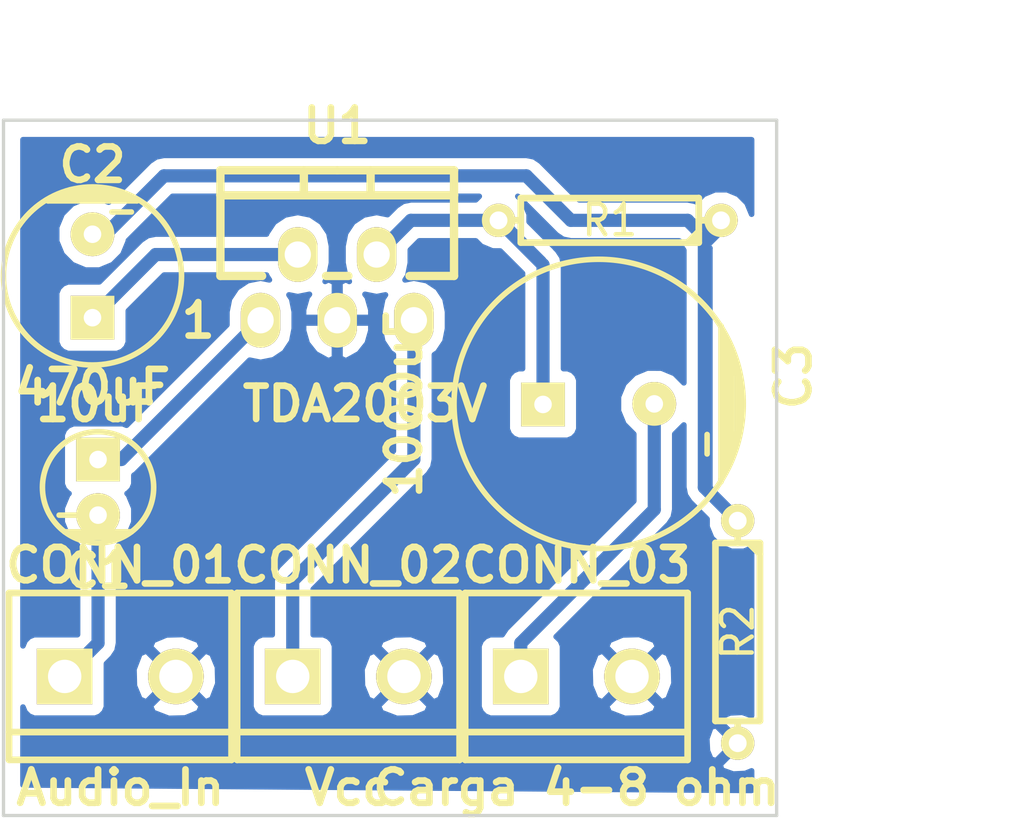
<source format=kicad_pcb>
(kicad_pcb (version 3) (host pcbnew "(2014-03-09 BZR 4740)-product")

  (general
    (links 13)
    (no_connects 0)
    (area 136.269015 91.892 182.674413 128.9812)
    (thickness 1.6)
    (drawings 7)
    (tracks 36)
    (zones 0)
    (modules 9)
    (nets 9)
  )

  (page A4)
  (layers
    (15 F.Cu signal)
    (0 B.Cu signal)
    (16 B.Adhes user)
    (17 F.Adhes user)
    (18 B.Paste user)
    (19 F.Paste user)
    (20 B.SilkS user)
    (21 F.SilkS user)
    (22 B.Mask user)
    (23 F.Mask user)
    (24 Dwgs.User user)
    (25 Cmts.User user)
    (26 Eco1.User user)
    (27 Eco2.User user)
    (28 Edge.Cuts user)
  )

  (setup
    (last_trace_width 0.6)
    (trace_clearance 0.254)
    (zone_clearance 0.508)
    (zone_45_only no)
    (trace_min 0.254)
    (segment_width 0.2)
    (edge_width 0.15)
    (via_size 0.889)
    (via_drill 0.635)
    (via_min_size 0.889)
    (via_min_drill 0.508)
    (uvia_size 0.508)
    (uvia_drill 0.127)
    (uvias_allowed no)
    (uvia_min_size 0.508)
    (uvia_min_drill 0.127)
    (pcb_text_width 0.3)
    (pcb_text_size 1.5 1.5)
    (mod_edge_width 0.15)
    (mod_text_size 1.5 1.5)
    (mod_text_width 0.15)
    (pad_size 1.4 1.4)
    (pad_drill 0.6)
    (pad_to_mask_clearance 0.2)
    (aux_axis_origin 0 0)
    (visible_elements 7FFCFFFF)
    (pcbplotparams
      (layerselection 1)
      (usegerberextensions false)
      (excludeedgelayer true)
      (linewidth 0.600000)
      (plotframeref false)
      (viasonmask false)
      (mode 1)
      (useauxorigin false)
      (hpglpennumber 1)
      (hpglpenspeed 20)
      (hpglpendiameter 15)
      (hpglpenoverlay 2)
      (psnegative false)
      (psa4output false)
      (plotreference true)
      (plotvalue true)
      (plotothertext true)
      (plotinvisibletext false)
      (padsonsilk false)
      (subtractmaskfromsilk false)
      (outputformat 1)
      (mirror false)
      (drillshape 0)
      (scaleselection 1)
      (outputdirectory plt/))
  )

  (net 0 "")
  (net 1 +9V)
  (net 2 GND)
  (net 3 "Net-(C1-Pad1)")
  (net 4 "Net-(C1-Pad2)")
  (net 5 "Net-(C2-Pad1)")
  (net 6 "Net-(C2-Pad2)")
  (net 7 "Net-(C3-Pad1)")
  (net 8 "Net-(C3-Pad2)")

  (net_class Default "This is the default net class."
    (clearance 0.254)
    (trace_width 0.6)
    (via_dia 0.889)
    (via_drill 0.635)
    (uvia_dia 0.508)
    (uvia_drill 0.127)
    (add_net "")
    (add_net +9V)
    (add_net GND)
    (add_net "Net-(C1-Pad1)")
    (add_net "Net-(C1-Pad2)")
    (add_net "Net-(C2-Pad1)")
    (add_net "Net-(C2-Pad2)")
    (add_net "Net-(C3-Pad1)")
    (add_net "Net-(C3-Pad2)")
  )

  (module Capacitors:CP_5x11mm (layer F.Cu) (tedit 535B3A17) (tstamp 535B3A41)
    (at 140.97 113.792 180)
    (descr "Capacitor, pol, cyl 5x11mm")
    (path /535AC7D3)
    (fp_text reference C1 (at 0 -3.81 180) (layer F.SilkS)
      (effects (font (thickness 0.3048)))
    )
    (fp_text value 10uF (at 0 3.81 180) (layer F.SilkS)
      (effects (font (thickness 0.3048)))
    )
    (fp_line (start 0.889 -1.27) (end 1.778 -1.27) (layer F.SilkS) (width 0.254))
    (fp_line (start 1.016 -2.286) (end -1.016 -2.286) (layer F.SilkS) (width 0.254))
    (fp_line (start -1.016 -2.286) (end -1.016 -2.159) (layer F.SilkS) (width 0.254))
    (fp_line (start -1.016 -2.159) (end 1.016 -2.159) (layer F.SilkS) (width 0.254))
    (fp_line (start -1.524 -2.032) (end 1.524 -2.032) (layer F.SilkS) (width 0.254))
    (fp_circle (center 0 0) (end -2.54 0) (layer F.SilkS) (width 0.254))
    (pad 1 thru_hole rect (at 0 1.27 180) (size 1.99898 1.99898) (drill 0.8001) (layers *.Cu *.Mask F.SilkS)
      (net 3 "Net-(C1-Pad1)"))
    (pad 2 thru_hole circle (at 0 -1.27 180) (size 1.99898 1.99898) (drill 0.8001) (layers *.Cu *.Mask F.SilkS)
      (net 4 "Net-(C1-Pad2)"))
    (model discret/Capacitor/cp_5x11mm.wrl
      (at (xyz 0 0 0))
      (scale (xyz 1 1 1))
      (rotate (xyz 0 0 0))
    )
  )

  (module Capacitors:CP_8x21mm (layer F.Cu) (tedit 535B3A17) (tstamp 535B3A50)
    (at 140.716 104.14)
    (descr "Capacitor, pol, cyl 8x21mm")
    (path /535AC8DD)
    (fp_text reference C2 (at 0 -5.08) (layer F.SilkS)
      (effects (font (thickness 0.3048)))
    )
    (fp_text value 470uF (at 0 5.08) (layer F.SilkS)
      (effects (font (thickness 0.3048)))
    )
    (fp_line (start 2.032 -3.429) (end -2.032 -3.429) (layer F.SilkS) (width 0.254))
    (fp_line (start -2.032 -3.429) (end -1.651 -3.556) (layer F.SilkS) (width 0.254))
    (fp_line (start -1.651 -3.556) (end 1.651 -3.556) (layer F.SilkS) (width 0.254))
    (fp_line (start 1.651 -3.556) (end 2.032 -3.429) (layer F.SilkS) (width 0.254))
    (fp_circle (center 0 0) (end -4.064 0.127) (layer F.SilkS) (width 0.254))
    (fp_line (start 0.889 -2.921) (end 1.778 -2.921) (layer F.SilkS) (width 0.254))
    (fp_line (start 1.016 -3.937) (end -1.016 -3.937) (layer F.SilkS) (width 0.254))
    (fp_line (start -1.016 -3.81) (end 1.016 -3.81) (layer F.SilkS) (width 0.254))
    (fp_line (start -1.524 -3.683) (end 1.524 -3.683) (layer F.SilkS) (width 0.254))
    (pad 1 thru_hole rect (at 0 1.905) (size 1.99898 1.99898) (drill 0.8001) (layers *.Cu *.Mask F.SilkS)
      (net 5 "Net-(C2-Pad1)"))
    (pad 2 thru_hole circle (at 0 -1.905) (size 1.99898 1.99898) (drill 0.8001) (layers *.Cu *.Mask F.SilkS)
      (net 6 "Net-(C2-Pad2)"))
    (model discret/Capacitor/cp_8x21mm.wrl
      (at (xyz 0 0 0))
      (scale (xyz 1 1 1))
      (rotate (xyz 0 0 0))
    )
  )

  (module Capacitors:CP_13x21mm (layer F.Cu) (tedit 535B3A17) (tstamp 535B40AD)
    (at 163.83 109.982 270)
    (descr "Capacitor, pol, cyl 13x21mm")
    (path /535ACA21)
    (fp_text reference C3 (at -1.27 -8.89 270) (layer F.SilkS)
      (effects (font (thickness 0.3048)))
    )
    (fp_text value 1000uF (at 0 8.89 270) (layer F.SilkS)
      (effects (font (thickness 0.3048)))
    )
    (fp_line (start -2.032 -5.969) (end 2.032 -5.969) (layer F.SilkS) (width 0.254))
    (fp_line (start 2.921 -5.715) (end -2.794 -5.715) (layer F.SilkS) (width 0.254))
    (fp_line (start -2.794 -5.715) (end -1.905 -5.715) (layer F.SilkS) (width 0.254))
    (fp_line (start 1.397 -6.35) (end -1.27 -6.35) (layer F.SilkS) (width 0.254))
    (fp_line (start -2.159 -6.096) (end 2.159 -6.096) (layer F.SilkS) (width 0.254))
    (fp_line (start 2.794 -5.842) (end -2.794 -5.842) (layer F.SilkS) (width 0.254))
    (fp_line (start -2.794 -5.842) (end -2.667 -5.842) (layer F.SilkS) (width 0.254))
    (fp_line (start 3.556 -5.588) (end -3.556 -5.588) (layer F.SilkS) (width 0.254))
    (fp_line (start -3.556 -5.588) (end -0.889 -6.477) (layer F.SilkS) (width 0.254))
    (fp_line (start -0.889 -6.477) (end 0.889 -6.477) (layer F.SilkS) (width 0.254))
    (fp_line (start 0.889 -6.477) (end 3.429 -5.588) (layer F.SilkS) (width 0.254))
    (fp_line (start 3.429 -5.588) (end 3.048 -5.715) (layer F.SilkS) (width 0.254))
    (fp_circle (center 0 0) (end -6.604 0) (layer F.SilkS) (width 0.254))
    (fp_line (start 1.397 -4.953) (end 2.286 -4.953) (layer F.SilkS) (width 0.254))
    (pad 1 thru_hole rect (at 0.0254 2.54 270) (size 1.99898 1.99898) (drill 0.8001) (layers *.Cu *.Mask F.SilkS)
      (net 7 "Net-(C3-Pad1)"))
    (pad 2 thru_hole circle (at 0 -2.54 270) (size 1.99898 1.99898) (drill 0.8001) (layers *.Cu *.Mask F.SilkS)
      (net 8 "Net-(C3-Pad2)"))
    (model discret/Capacitor/cp_13x21mm.wrl
      (at (xyz 0 0 0))
      (scale (xyz 1 1 1))
      (rotate (xyz 0 0 0))
    )
  )

  (module Connect:bornier2 (layer F.Cu) (tedit 535B3A16) (tstamp 535B3A6F)
    (at 141.986 122.428)
    (descr "Bornier d'alimentation 2 pins")
    (tags DEV)
    (path /535ACB15)
    (fp_text reference CONN_01 (at 0 -5.08) (layer F.SilkS)
      (effects (font (thickness 0.3048)))
    )
    (fp_text value Audio_In (at 0 5.08) (layer F.SilkS)
      (effects (font (thickness 0.3048)))
    )
    (fp_line (start 5.08 2.54) (end -5.08 2.54) (layer F.SilkS) (width 0.3048))
    (fp_line (start 5.08 3.81) (end 5.08 -3.81) (layer F.SilkS) (width 0.3048))
    (fp_line (start 5.08 -3.81) (end -5.08 -3.81) (layer F.SilkS) (width 0.3048))
    (fp_line (start -5.08 -3.81) (end -5.08 3.81) (layer F.SilkS) (width 0.3048))
    (fp_line (start -5.08 3.81) (end 5.08 3.81) (layer F.SilkS) (width 0.3048))
    (pad 1 thru_hole rect (at -2.54 0) (size 2.54 2.54) (drill 1.524) (layers *.Cu *.Mask F.SilkS)
      (net 4 "Net-(C1-Pad2)"))
    (pad 2 thru_hole circle (at 2.54 0) (size 2.54 2.54) (drill 1.524) (layers *.Cu *.Mask F.SilkS)
      (net 2 GND))
    (model Device/bornier_2.wrl
      (at (xyz 0 0 0))
      (scale (xyz 1 1 1))
      (rotate (xyz 0 0 0))
    )
  )

  (module Connect:bornier2 (layer F.Cu) (tedit 535B3A16) (tstamp 535B3A7A)
    (at 152.4 122.428)
    (descr "Bornier d'alimentation 2 pins")
    (tags DEV)
    (path /535B38B5)
    (fp_text reference CONN_02 (at 0 -5.08) (layer F.SilkS)
      (effects (font (thickness 0.3048)))
    )
    (fp_text value Vcc (at 0 5.08) (layer F.SilkS)
      (effects (font (thickness 0.3048)))
    )
    (fp_line (start 5.08 2.54) (end -5.08 2.54) (layer F.SilkS) (width 0.3048))
    (fp_line (start 5.08 3.81) (end 5.08 -3.81) (layer F.SilkS) (width 0.3048))
    (fp_line (start 5.08 -3.81) (end -5.08 -3.81) (layer F.SilkS) (width 0.3048))
    (fp_line (start -5.08 -3.81) (end -5.08 3.81) (layer F.SilkS) (width 0.3048))
    (fp_line (start -5.08 3.81) (end 5.08 3.81) (layer F.SilkS) (width 0.3048))
    (pad 1 thru_hole rect (at -2.54 0) (size 2.54 2.54) (drill 1.524) (layers *.Cu *.Mask F.SilkS)
      (net 1 +9V))
    (pad 2 thru_hole circle (at 2.54 0) (size 2.54 2.54) (drill 1.524) (layers *.Cu *.Mask F.SilkS)
      (net 2 GND))
    (model Device/bornier_2.wrl
      (at (xyz 0 0 0))
      (scale (xyz 1 1 1))
      (rotate (xyz 0 0 0))
    )
  )

  (module Connect:bornier2 (layer F.Cu) (tedit 535B3A16) (tstamp 535B3A85)
    (at 162.814 122.428)
    (descr "Bornier d'alimentation 2 pins")
    (tags DEV)
    (path /535ACAC6)
    (fp_text reference CONN_03 (at 0 -5.08) (layer F.SilkS)
      (effects (font (thickness 0.3048)))
    )
    (fp_text value "Carga 4-8 ohm" (at 0 5.08) (layer F.SilkS)
      (effects (font (thickness 0.3048)))
    )
    (fp_line (start 5.08 2.54) (end -5.08 2.54) (layer F.SilkS) (width 0.3048))
    (fp_line (start 5.08 3.81) (end 5.08 -3.81) (layer F.SilkS) (width 0.3048))
    (fp_line (start 5.08 -3.81) (end -5.08 -3.81) (layer F.SilkS) (width 0.3048))
    (fp_line (start -5.08 -3.81) (end -5.08 3.81) (layer F.SilkS) (width 0.3048))
    (fp_line (start -5.08 3.81) (end 5.08 3.81) (layer F.SilkS) (width 0.3048))
    (pad 1 thru_hole rect (at -2.54 0) (size 2.54 2.54) (drill 1.524) (layers *.Cu *.Mask F.SilkS)
      (net 8 "Net-(C3-Pad2)"))
    (pad 2 thru_hole circle (at 2.54 0) (size 2.54 2.54) (drill 1.524) (layers *.Cu *.Mask F.SilkS)
      (net 2 GND))
    (model Device/bornier_2.wrl
      (at (xyz 0 0 0))
      (scale (xyz 1 1 1))
      (rotate (xyz 0 0 0))
    )
  )

  (module Discret:R4 (layer F.Cu) (tedit 535B3A15) (tstamp 535B4083)
    (at 164.338 101.6 180)
    (descr "Resitance 4 pas")
    (tags R)
    (path /535AC93B)
    (autoplace_cost180 10)
    (fp_text reference R1 (at 0 0 180) (layer F.SilkS)
      (effects (font (size 1.397 1.27) (thickness 0.2032)))
    )
    (fp_text value 220 (at 0 0 180) (layer F.SilkS) hide
      (effects (font (size 1.397 1.27) (thickness 0.2032)))
    )
    (fp_line (start -5.08 0) (end -4.064 0) (layer F.SilkS) (width 0.3048))
    (fp_line (start -4.064 0) (end -4.064 -1.016) (layer F.SilkS) (width 0.3048))
    (fp_line (start -4.064 -1.016) (end 4.064 -1.016) (layer F.SilkS) (width 0.3048))
    (fp_line (start 4.064 -1.016) (end 4.064 1.016) (layer F.SilkS) (width 0.3048))
    (fp_line (start 4.064 1.016) (end -4.064 1.016) (layer F.SilkS) (width 0.3048))
    (fp_line (start -4.064 1.016) (end -4.064 0) (layer F.SilkS) (width 0.3048))
    (fp_line (start -4.064 -0.508) (end -3.556 -1.016) (layer F.SilkS) (width 0.3048))
    (fp_line (start 5.08 0) (end 4.064 0) (layer F.SilkS) (width 0.3048))
    (pad 1 thru_hole circle (at -5.08 0 180) (size 1.524 1.524) (drill 0.8128) (layers *.Cu *.Mask F.SilkS)
      (net 6 "Net-(C2-Pad2)"))
    (pad 2 thru_hole circle (at 5.08 0 180) (size 1.524 1.524) (drill 0.8128) (layers *.Cu *.Mask F.SilkS)
      (net 7 "Net-(C3-Pad1)"))
    (model discret/resistor.wrl
      (at (xyz 0 0 0))
      (scale (xyz 0.4 0.4 0.4))
      (rotate (xyz 0 0 0))
    )
  )

  (module Discret:R4 (layer F.Cu) (tedit 535B3AA1) (tstamp 535B3AA1)
    (at 170.18 120.396 270)
    (descr "Resitance 4 pas")
    (tags R)
    (path /535AC980)
    (autoplace_cost180 10)
    (fp_text reference R2 (at 0 0 450) (layer F.SilkS)
      (effects (font (size 1.397 1.27) (thickness 0.2032)))
    )
    (fp_text value 2.2 (at 0 0 270) (layer F.SilkS) hide
      (effects (font (size 1.397 1.27) (thickness 0.2032)))
    )
    (fp_line (start -5.08 0) (end -4.064 0) (layer F.SilkS) (width 0.3048))
    (fp_line (start -4.064 0) (end -4.064 -1.016) (layer F.SilkS) (width 0.3048))
    (fp_line (start -4.064 -1.016) (end 4.064 -1.016) (layer F.SilkS) (width 0.3048))
    (fp_line (start 4.064 -1.016) (end 4.064 1.016) (layer F.SilkS) (width 0.3048))
    (fp_line (start 4.064 1.016) (end -4.064 1.016) (layer F.SilkS) (width 0.3048))
    (fp_line (start -4.064 1.016) (end -4.064 0) (layer F.SilkS) (width 0.3048))
    (fp_line (start -4.064 -0.508) (end -3.556 -1.016) (layer F.SilkS) (width 0.3048))
    (fp_line (start 5.08 0) (end 4.064 0) (layer F.SilkS) (width 0.3048))
    (pad 1 thru_hole circle (at -5.08 0 270) (size 1.524 1.524) (drill 0.8128) (layers *.Cu *.Mask F.SilkS)
      (net 6 "Net-(C2-Pad2)"))
    (pad 2 thru_hole circle (at 5.08 0 270) (size 1.524 1.524) (drill 0.8128) (layers *.Cu *.Mask F.SilkS)
      (net 2 GND))
    (model discret/resistor.wrl
      (at (xyz 0 0 0))
      (scale (xyz 0.4 0.4 0.4))
      (rotate (xyz 0 0 0))
    )
  )

  (module Pentawatts:Pentawatt_Neutral_Staggered_Verical_TO220-5-T05D (layer F.Cu) (tedit 535B3A14) (tstamp 535B3AB7)
    (at 151.892 102.362)
    (descr "Pentawatt, Neutral, Staggered, Verical, TO220-5, T05D,")
    (tags "Pentawatt, Neutral, Staggered, Verical, TO220-5, T05D,")
    (path /535AC30F)
    (fp_text reference U1 (at 0 -5.08) (layer F.SilkS)
      (effects (font (thickness 0.3048)))
    )
    (fp_text value TDA2003V (at 1.27 7.62) (layer F.SilkS)
      (effects (font (thickness 0.3048)))
    )
    (fp_text user 1 (at -6.35 3.81) (layer F.SilkS)
      (effects (font (thickness 0.3048)))
    )
    (fp_line (start 3.302 1.778) (end 5.334 1.778) (layer F.SilkS) (width 0.381))
    (fp_line (start -0.508 1.778) (end 0.508 1.778) (layer F.SilkS) (width 0.381))
    (fp_line (start -5.334 1.778) (end -3.429 1.778) (layer F.SilkS) (width 0.381))
    (fp_line (start -1.524 -3.048) (end -1.524 -1.905) (layer F.SilkS) (width 0.381))
    (fp_line (start 1.524 -3.048) (end 1.524 -1.905) (layer F.SilkS) (width 0.381))
    (fp_line (start 5.334 -1.905) (end 5.334 1.778) (layer F.SilkS) (width 0.381))
    (fp_line (start -5.334 1.778) (end -5.334 -1.905) (layer F.SilkS) (width 0.381))
    (fp_line (start 5.334 -3.048) (end 5.334 -1.905) (layer F.SilkS) (width 0.381))
    (fp_line (start 5.334 -1.905) (end -5.334 -1.905) (layer F.SilkS) (width 0.381))
    (fp_line (start -5.334 -1.905) (end -5.334 -3.048) (layer F.SilkS) (width 0.381))
    (fp_line (start 0 -3.048) (end -5.334 -3.048) (layer F.SilkS) (width 0.381))
    (fp_line (start 0 -3.048) (end 5.334 -3.048) (layer F.SilkS) (width 0.381))
    (pad 3 thru_hole oval (at 0 3.79984 90) (size 2.49936 1.80086) (drill 1.19888) (layers *.Cu *.Mask F.SilkS)
      (net 2 GND))
    (pad 1 thru_hole oval (at -3.50012 3.79984 90) (size 2.49936 1.80086) (drill 1.19888) (layers *.Cu *.Mask F.SilkS)
      (net 3 "Net-(C1-Pad1)"))
    (pad 5 thru_hole oval (at 3.50012 3.79984 90) (size 2.49936 1.80086) (drill 1.19888) (layers *.Cu *.Mask F.SilkS)
      (net 1 +9V))
    (pad 4 thru_hole oval (at 1.80086 0.8001 90) (size 2.49936 1.80086) (drill 1.19888) (layers *.Cu *.Mask F.SilkS)
      (net 7 "Net-(C3-Pad1)"))
    (pad 2 thru_hole oval (at -1.80086 0.8001 90) (size 2.49936 1.80086) (drill 1.19888) (layers *.Cu *.Mask F.SilkS)
      (net 5 "Net-(C2-Pad1)"))
    (model TO220-5_Pentawatt_Wings3d_RevA_24Oct2012/TO220-5_TO5D_Pentawatt_Vertical_Staggered_RevA_Faktor03937_24Oct2012.wrl
      (at (xyz 0 0 0))
      (scale (xyz 0.3937 0.3937 0.3937))
      (rotate (xyz 0 0 0))
    )
  )

  (dimension 35.306 (width 0.3) (layer Eco1.User)
    (gr_text "1,3900 in" (at 154.305 93.392) (layer Eco1.User)
      (effects (font (size 1.5 1.5) (thickness 0.3)))
    )
    (feature1 (pts (xy 171.958 97.028) (xy 171.958 92.042)))
    (feature2 (pts (xy 136.652 97.028) (xy 136.652 92.042)))
    (crossbar (pts (xy 136.652 94.742) (xy 171.958 94.742)))
    (arrow1a (pts (xy 171.958 94.742) (xy 170.831496 95.328421)))
    (arrow1b (pts (xy 171.958 94.742) (xy 170.831496 94.155579)))
    (arrow2a (pts (xy 136.652 94.742) (xy 137.778504 95.328421)))
    (arrow2b (pts (xy 136.652 94.742) (xy 137.778504 94.155579)))
  )
  (dimension 31.751016 (width 0.3) (layer Eco1.User)
    (gr_text "1,2500 in" (at 176.988698 112.86377 270.4583565) (layer Eco1.User)
      (effects (font (size 1.5 1.5) (thickness 0.3)))
    )
    (feature1 (pts (xy 172.212 128.778) (xy 178.465655 128.727971)))
    (feature2 (pts (xy 171.958 97.028) (xy 178.211655 96.977971)))
    (crossbar (pts (xy 175.511741 96.99957) (xy 175.765741 128.74957)))
    (arrow1a (pts (xy 175.765741 128.74957) (xy 175.170327 127.627794)))
    (arrow1b (pts (xy 175.765741 128.74957) (xy 176.343131 127.618411)))
    (arrow2a (pts (xy 175.511741 96.99957) (xy 174.934351 98.130729)))
    (arrow2b (pts (xy 175.511741 96.99957) (xy 176.107155 98.121346)))
  )
  (gr_line (start 136.652 128.778) (end 136.652 97.028) (angle 90) (layer Edge.Cuts) (width 0.15))
  (gr_line (start 171.958 128.778) (end 171.958 97.028) (angle 90) (layer Edge.Cuts) (width 0.15))
  (gr_line (start 171.958 97.028) (end 136.652 97.028) (angle 90) (layer Edge.Cuts) (width 0.15))
  (gr_line (start 136.652 128.778) (end 136.652 128.778) (angle 90) (layer Edge.Cuts) (width 0.15))
  (gr_line (start 171.958 128.778) (end 136.652 128.778) (angle 90) (layer Edge.Cuts) (width 0.15))

  (segment (start 149.86 122.428) (end 149.86 118.05412) (width 0.6) (layer B.Cu) (net 1) (status 400000))
  (segment (start 149.86 118.05412) (end 155.39212 112.522) (width 0.6) (layer B.Cu) (net 1) (tstamp 535CEA1F))
  (segment (start 155.39212 112.522) (end 155.39212 106.16184) (width 0.6) (layer B.Cu) (net 1) (tstamp 535CEA20) (status 800000))
  (segment (start 149.86 118.05412) (end 155.39212 112.522) (width 0.254) (layer B.Cu) (net 1))
  (segment (start 149.86 122.428) (end 149.86 118.05412) (width 0.254) (layer B.Cu) (net 1))
  (segment (start 140.97 112.522) (end 142.03172 112.522) (width 0.6) (layer B.Cu) (net 3) (status 400000))
  (segment (start 142.03172 112.522) (end 148.39188 106.16184) (width 0.6) (layer B.Cu) (net 3) (tstamp 535CEAB6) (status 800000))
  (segment (start 139.446 122.428) (end 140.97 120.904) (width 0.6) (layer B.Cu) (net 4) (status 400000))
  (segment (start 140.97 120.904) (end 140.97 115.062) (width 0.6) (layer B.Cu) (net 4) (tstamp 535CEA1A) (status 800000))
  (segment (start 150.09114 103.1621) (end 143.5989 103.1621) (width 0.6) (layer B.Cu) (net 5) (status 400000))
  (segment (start 143.5989 103.1621) (end 140.716 106.045) (width 0.6) (layer B.Cu) (net 5) (tstamp 535CEA2D) (status 800000))
  (segment (start 140.716 102.235) (end 141.314714 102.235) (width 0.6) (layer B.Cu) (net 6) (status C00000))
  (segment (start 141.314714 102.235) (end 143.981714 99.568) (width 0.6) (layer B.Cu) (net 6) (tstamp 535CEA3E) (status 400000))
  (segment (start 143.981714 99.568) (end 160.528 99.568) (width 0.6) (layer B.Cu) (net 6) (tstamp 535CEA51))
  (segment (start 160.528 99.568) (end 162.56 101.6) (width 0.6) (layer B.Cu) (net 6) (tstamp 535CEA54))
  (segment (start 162.56 101.6) (end 167.894002 101.6) (width 0.6) (layer B.Cu) (net 6) (tstamp 535CEA55))
  (segment (start 167.894002 101.6) (end 168.656001 102.361999) (width 0.6) (layer B.Cu) (net 6) (tstamp 535CEA57))
  (segment (start 168.656001 102.361999) (end 168.656001 113.792001) (width 0.6) (layer B.Cu) (net 6) (tstamp 535CEA59))
  (segment (start 168.656001 113.792001) (end 170.18 115.316) (width 0.6) (layer B.Cu) (net 6) (tstamp 535CEA5C) (status 800000))
  (segment (start 169.418 101.6) (end 168.656001 102.361999) (width 1) (layer B.Cu) (net 6) (tstamp 535B4502))
  (segment (start 168.656001 102.361999) (end 169.418 101.6) (width 0.254) (layer B.Cu) (net 6))
  (segment (start 168.656001 102.616001) (end 168.656001 102.361999) (width 0.254) (layer B.Cu) (net 6))
  (segment (start 168.91 102.87) (end 168.656001 102.616001) (width 0.254) (layer B.Cu) (net 6))
  (segment (start 168.91 114.046) (end 168.91 102.87) (width 0.254) (layer B.Cu) (net 6))
  (segment (start 170.18 115.316) (end 168.91 114.046) (width 0.254) (layer B.Cu) (net 6))
  (segment (start 161.29 110.0074) (end 161.29 103.632) (width 0.6) (layer B.Cu) (net 7) (status 400000))
  (segment (start 161.29 103.632) (end 159.258 101.6) (width 0.6) (layer B.Cu) (net 7) (tstamp 535CEA26) (status 800000))
  (segment (start 159.258 101.6) (end 155.25496 101.6) (width 0.6) (layer B.Cu) (net 7) (tstamp 535CEA28) (status 400000))
  (segment (start 155.25496 101.6) (end 153.69286 103.1621) (width 0.6) (layer B.Cu) (net 7) (tstamp 535CEA29) (status 800000))
  (segment (start 159.258 101.6) (end 159.512 101.6) (width 0.254) (layer B.Cu) (net 7))
  (segment (start 159.512 101.6) (end 161.29 103.378) (width 0.254) (layer B.Cu) (net 7) (tstamp 535B413E))
  (segment (start 161.29 103.378) (end 161.29 110.0074) (width 0.254) (layer B.Cu) (net 7) (tstamp 535B4143))
  (segment (start 160.274 122.428) (end 160.274 120.904) (width 0.6) (layer B.Cu) (net 8) (status 400000))
  (segment (start 160.274 120.904) (end 166.37 114.808) (width 0.6) (layer B.Cu) (net 8) (tstamp 535CEA88))
  (segment (start 166.37 114.808) (end 166.37 109.982) (width 0.6) (layer B.Cu) (net 8) (tstamp 535CEA8A) (status 800000))
  (segment (start 160.274 122.428) (end 160.274 120.904) (width 0.254) (layer B.Cu) (net 8))

  (zone (net 2) (net_name GND) (layer B.Cu) (tstamp 535B48BE) (hatch edge 0.508)
    (connect_pads (clearance 0.508))
    (min_thickness 0.254)
    (fill (arc_segments 16) (thermal_gap 0.508) (thermal_bridge_width 0.508))
    (polygon
      (pts
        (xy 170.942 127.762) (xy 137.414 127.508) (xy 137.414 97.79) (xy 161.036 97.79) (xy 170.942 97.79)
        (xy 170.942 99.568) (xy 170.942 127.762)
      )
    )
    (filled_polygon
      (pts
        (xy 170.815 127.634034) (xy 167.268261 127.607164) (xy 167.268261 122.756964) (xy 167.248436 121.999368) (xy 166.996657 121.39152)
        (xy 166.701777 121.259828) (xy 166.522172 121.439433) (xy 166.522172 121.080223) (xy 166.39048 120.785343) (xy 165.682964 120.513739)
        (xy 164.925368 120.533564) (xy 164.31752 120.785343) (xy 164.185828 121.080223) (xy 165.354 122.248395) (xy 166.522172 121.080223)
        (xy 166.522172 121.439433) (xy 165.533605 122.428) (xy 166.701777 123.596172) (xy 166.996657 123.46448) (xy 167.268261 122.756964)
        (xy 167.268261 127.607164) (xy 166.522172 127.601512) (xy 166.522172 123.775777) (xy 165.354 122.607605) (xy 165.174395 122.78721)
        (xy 165.174395 122.428) (xy 164.006223 121.259828) (xy 163.711343 121.39152) (xy 163.439739 122.099036) (xy 163.459564 122.856632)
        (xy 163.711343 123.46448) (xy 164.006223 123.596172) (xy 165.174395 122.428) (xy 165.174395 122.78721) (xy 164.185828 123.775777)
        (xy 164.31752 124.070657) (xy 165.025036 124.342261) (xy 165.782632 124.322436) (xy 166.39048 124.070657) (xy 166.522172 123.775777)
        (xy 166.522172 127.601512) (xy 156.854261 127.52827) (xy 156.854261 122.756964) (xy 156.834436 121.999368) (xy 156.582657 121.39152)
        (xy 156.287777 121.259828) (xy 156.108172 121.439433) (xy 156.108172 121.080223) (xy 155.97648 120.785343) (xy 155.268964 120.513739)
        (xy 154.511368 120.533564) (xy 153.90352 120.785343) (xy 153.771828 121.080223) (xy 154.94 122.248395) (xy 156.108172 121.080223)
        (xy 156.108172 121.439433) (xy 155.119605 122.428) (xy 156.287777 123.596172) (xy 156.582657 123.46448) (xy 156.854261 122.756964)
        (xy 156.854261 127.52827) (xy 156.108172 127.522618) (xy 156.108172 123.775777) (xy 154.94 122.607605) (xy 154.760395 122.78721)
        (xy 154.760395 122.428) (xy 153.592223 121.259828) (xy 153.297343 121.39152) (xy 153.025739 122.099036) (xy 153.045564 122.856632)
        (xy 153.297343 123.46448) (xy 153.592223 123.596172) (xy 154.760395 122.428) (xy 154.760395 122.78721) (xy 153.771828 123.775777)
        (xy 153.90352 124.070657) (xy 154.611036 124.342261) (xy 155.368632 124.322436) (xy 155.97648 124.070657) (xy 156.108172 123.775777)
        (xy 156.108172 127.522618) (xy 146.440261 127.449376) (xy 146.440261 122.756964) (xy 146.420436 121.999368) (xy 146.168657 121.39152)
        (xy 145.873777 121.259828) (xy 145.694172 121.439433) (xy 145.694172 121.080223) (xy 145.56248 120.785343) (xy 144.854964 120.513739)
        (xy 144.097368 120.533564) (xy 143.48952 120.785343) (xy 143.357828 121.080223) (xy 144.526 122.248395) (xy 145.694172 121.080223)
        (xy 145.694172 121.439433) (xy 144.705605 122.428) (xy 145.873777 123.596172) (xy 146.168657 123.46448) (xy 146.440261 122.756964)
        (xy 146.440261 127.449376) (xy 145.694172 127.443724) (xy 145.694172 123.775777) (xy 144.526 122.607605) (xy 144.346395 122.78721)
        (xy 144.346395 122.428) (xy 143.178223 121.259828) (xy 142.883343 121.39152) (xy 142.611739 122.099036) (xy 142.631564 122.856632)
        (xy 142.883343 123.46448) (xy 143.178223 123.596172) (xy 144.346395 122.428) (xy 144.346395 122.78721) (xy 143.357828 123.775777)
        (xy 143.48952 124.070657) (xy 144.197036 124.342261) (xy 144.954632 124.322436) (xy 145.56248 124.070657) (xy 145.694172 123.775777)
        (xy 145.694172 127.443724) (xy 137.541 127.381958) (xy 137.541 123.824309) (xy 137.637673 124.057698) (xy 137.816301 124.236327)
        (xy 138.04969 124.333) (xy 138.302309 124.333) (xy 140.842309 124.333) (xy 141.075698 124.236327) (xy 141.254327 124.057699)
        (xy 141.351 123.82431) (xy 141.351 123.571691) (xy 141.351 121.84529) (xy 141.631145 121.565145) (xy 141.833827 121.261809)
        (xy 141.905 120.904) (xy 141.905 116.438135) (xy 142.354846 115.989073) (xy 142.604206 115.388547) (xy 142.604774 114.738306)
        (xy 142.356462 114.137345) (xy 142.29373 114.074503) (xy 142.329188 114.059817) (xy 142.507817 113.881189) (xy 142.60449 113.6478)
        (xy 142.60449 113.395181) (xy 142.60449 113.242195) (xy 142.692865 113.183145) (xy 147.891999 107.98401) (xy 148.39188 108.083443)
        (xy 148.979464 107.966565) (xy 149.477593 107.633726) (xy 149.810432 107.135597) (xy 149.92731 106.548013) (xy 149.92731 105.775667)
        (xy 149.810432 105.188083) (xy 149.686969 105.003308) (xy 150.09114 105.083703) (xy 150.625598 104.977392) (xy 150.522048 105.107674)
        (xy 150.35657 105.68559) (xy 150.35657 106.03484) (xy 151.765 106.03484) (xy 151.765 104.44178) (xy 151.527192 104.321127)
        (xy 151.421748 104.345437) (xy 151.338967 104.391363) (xy 151.509692 104.135857) (xy 151.62657 103.548273) (xy 151.62657 102.775927)
        (xy 151.509692 102.188343) (xy 151.176853 101.690214) (xy 150.678724 101.357375) (xy 150.09114 101.240497) (xy 149.503556 101.357375)
        (xy 149.005427 101.690214) (xy 148.672588 102.188343) (xy 148.664878 102.2271) (xy 143.5989 102.2271) (xy 143.241091 102.298273)
        (xy 142.937755 102.500955) (xy 141.0282 104.41051) (xy 139.590201 104.41051) (xy 139.356812 104.507183) (xy 139.178183 104.685811)
        (xy 139.08151 104.9192) (xy 139.08151 105.171819) (xy 139.08151 107.170799) (xy 139.178183 107.404188) (xy 139.356811 107.582817)
        (xy 139.5902 107.67949) (xy 139.842819 107.67949) (xy 141.841799 107.67949) (xy 142.075188 107.582817) (xy 142.253817 107.404189)
        (xy 142.35049 107.1708) (xy 142.35049 106.918181) (xy 142.35049 105.7328) (xy 143.98619 104.0971) (xy 148.664878 104.0971)
        (xy 148.672588 104.135857) (xy 148.79605 104.320631) (xy 148.39188 104.240237) (xy 147.804296 104.357115) (xy 147.306167 104.689954)
        (xy 146.973328 105.188083) (xy 146.85645 105.775667) (xy 146.85645 106.37498) (xy 142.271247 110.960182) (xy 142.0958 110.88751)
        (xy 141.843181 110.88751) (xy 139.844201 110.88751) (xy 139.610812 110.984183) (xy 139.432183 111.162811) (xy 139.33551 111.3962)
        (xy 139.33551 111.648819) (xy 139.33551 113.647799) (xy 139.432183 113.881188) (xy 139.610811 114.059817) (xy 139.645854 114.074332)
        (xy 139.585154 114.134927) (xy 139.335794 114.735453) (xy 139.335226 115.385694) (xy 139.583538 115.986655) (xy 140.035 116.438905)
        (xy 140.035 120.51671) (xy 140.02871 120.523) (xy 138.049691 120.523) (xy 137.816302 120.619673) (xy 137.637673 120.798301)
        (xy 137.541 121.03169) (xy 137.541 97.917) (xy 161.036 97.917) (xy 170.815 97.917) (xy 170.815 99.568)
        (xy 170.815 101.322753) (xy 170.60301 100.809697) (xy 170.21037 100.416371) (xy 169.6971 100.203243) (xy 169.141339 100.202758)
        (xy 168.627697 100.41499) (xy 168.284244 100.757843) (xy 168.251811 100.736173) (xy 167.894002 100.665) (xy 162.94729 100.665)
        (xy 161.189145 98.906855) (xy 160.885809 98.704173) (xy 160.528 98.633) (xy 143.981719 98.633) (xy 143.981714 98.632999)
        (xy 143.68327 98.692364) (xy 143.623905 98.704173) (xy 143.320569 98.906855) (xy 141.455257 100.772166) (xy 141.042547 100.600794)
        (xy 140.392306 100.600226) (xy 139.791345 100.848538) (xy 139.331154 101.307927) (xy 139.081794 101.908453) (xy 139.081226 102.558694)
        (xy 139.329538 103.159655) (xy 139.788927 103.619846) (xy 140.389453 103.869206) (xy 141.039694 103.869774) (xy 141.640655 103.621462)
        (xy 142.100846 103.162073) (xy 142.350206 102.561547) (xy 142.35024 102.521763) (xy 144.369004 100.503) (xy 158.379533 100.503)
        (xy 158.21725 100.665) (xy 155.25496 100.665) (xy 154.897151 100.736173) (xy 154.593815 100.938855) (xy 154.19274 101.339929)
        (xy 153.69286 101.240497) (xy 153.105276 101.357375) (xy 152.607147 101.690214) (xy 152.274308 102.188343) (xy 152.15743 102.775927)
        (xy 152.15743 103.548273) (xy 152.274308 104.135857) (xy 152.445032 104.391363) (xy 152.362252 104.345437) (xy 152.256808 104.321127)
        (xy 152.019 104.44178) (xy 152.019 106.03484) (xy 153.42743 106.03484) (xy 153.42743 105.68559) (xy 153.261952 105.107674)
        (xy 153.158401 104.977392) (xy 153.69286 105.083703) (xy 154.09703 105.003308) (xy 153.973568 105.188083) (xy 153.85669 105.775667)
        (xy 153.85669 106.548013) (xy 153.973568 107.135597) (xy 154.306407 107.633726) (xy 154.45712 107.734429) (xy 154.45712 112.13471)
        (xy 153.42743 113.1644) (xy 153.42743 106.63809) (xy 153.42743 106.28884) (xy 152.019 106.28884) (xy 152.019 107.8819)
        (xy 152.256808 108.002553) (xy 152.362252 107.978243) (xy 152.887911 107.686605) (xy 153.261952 107.216006) (xy 153.42743 106.63809)
        (xy 153.42743 113.1644) (xy 151.765 114.82683) (xy 151.765 107.8819) (xy 151.765 106.28884) (xy 150.35657 106.28884)
        (xy 150.35657 106.63809) (xy 150.522048 107.216006) (xy 150.896089 107.686605) (xy 151.421748 107.978243) (xy 151.527192 108.002553)
        (xy 151.765 107.8819) (xy 151.765 114.82683) (xy 149.198855 117.392975) (xy 148.996173 117.696311) (xy 148.925 118.05412)
        (xy 148.925 120.523) (xy 148.463691 120.523) (xy 148.230302 120.619673) (xy 148.051673 120.798301) (xy 147.955 121.03169)
        (xy 147.955 121.284309) (xy 147.955 123.824309) (xy 148.051673 124.057698) (xy 148.230301 124.236327) (xy 148.46369 124.333)
        (xy 148.716309 124.333) (xy 151.256309 124.333) (xy 151.489698 124.236327) (xy 151.668327 124.057699) (xy 151.765 123.82431)
        (xy 151.765 123.571691) (xy 151.765 121.031691) (xy 151.668327 120.798302) (xy 151.489699 120.619673) (xy 151.25631 120.523)
        (xy 151.003691 120.523) (xy 150.795 120.523) (xy 150.795 118.44141) (xy 156.053265 113.183145) (xy 156.255947 112.879809)
        (xy 156.32712 112.522) (xy 156.32712 107.734429) (xy 156.477833 107.633726) (xy 156.810672 107.135597) (xy 156.92755 106.548013)
        (xy 156.92755 105.775667) (xy 156.810672 105.188083) (xy 156.477833 104.689954) (xy 155.979704 104.357115) (xy 155.39212 104.240237)
        (xy 154.987949 104.320631) (xy 155.111412 104.135857) (xy 155.22829 103.548273) (xy 155.22829 102.94896) (xy 155.64225 102.535)
        (xy 158.217434 102.535) (xy 158.46563 102.783629) (xy 158.9789 102.996757) (xy 159.332775 102.997065) (xy 160.355 104.01929)
        (xy 160.355 108.37291) (xy 160.164201 108.37291) (xy 159.930812 108.469583) (xy 159.752183 108.648211) (xy 159.65551 108.8816)
        (xy 159.65551 109.134219) (xy 159.65551 111.133199) (xy 159.752183 111.366588) (xy 159.930811 111.545217) (xy 160.1642 111.64189)
        (xy 160.416819 111.64189) (xy 162.415799 111.64189) (xy 162.649188 111.545217) (xy 162.827817 111.366589) (xy 162.92449 111.1332)
        (xy 162.92449 110.880581) (xy 162.92449 108.881601) (xy 162.827817 108.648212) (xy 162.649189 108.469583) (xy 162.4158 108.37291)
        (xy 162.225 108.37291) (xy 162.225 103.632) (xy 162.153827 103.274191) (xy 161.951145 102.970855) (xy 161.847625 102.867335)
        (xy 161.828816 102.839185) (xy 160.654943 101.665313) (xy 160.655242 101.323339) (xy 160.44301 100.809697) (xy 160.136847 100.503)
        (xy 160.14071 100.503) (xy 161.898855 102.261145) (xy 162.202191 102.463827) (xy 162.56 102.535) (xy 167.506712 102.535)
        (xy 167.567505 102.595793) (xy 167.607398 102.796344) (xy 167.721001 102.966363) (xy 167.721001 109.021822) (xy 167.297073 108.597154)
        (xy 166.696547 108.347794) (xy 166.046306 108.347226) (xy 165.445345 108.595538) (xy 164.985154 109.054927) (xy 164.735794 109.655453)
        (xy 164.735226 110.305694) (xy 164.983538 110.906655) (xy 165.435 111.358905) (xy 165.435 114.42071) (xy 159.612855 120.242855)
        (xy 159.425668 120.523) (xy 158.877691 120.523) (xy 158.644302 120.619673) (xy 158.465673 120.798301) (xy 158.369 121.03169)
        (xy 158.369 121.284309) (xy 158.369 123.824309) (xy 158.465673 124.057698) (xy 158.644301 124.236327) (xy 158.87769 124.333)
        (xy 159.130309 124.333) (xy 161.670309 124.333) (xy 161.903698 124.236327) (xy 162.082327 124.057699) (xy 162.179 123.82431)
        (xy 162.179 123.571691) (xy 162.179 121.031691) (xy 162.082327 120.798302) (xy 161.903699 120.619673) (xy 161.887377 120.612912)
        (xy 167.031145 115.469145) (xy 167.233827 115.165809) (xy 167.305 114.808) (xy 167.305 111.358135) (xy 167.721001 110.942859)
        (xy 167.721001 113.792001) (xy 167.792174 114.14981) (xy 167.994856 114.453146) (xy 168.783064 115.241354) (xy 168.782758 115.592661)
        (xy 168.99499 116.106303) (xy 169.38763 116.499629) (xy 169.9009 116.712757) (xy 170.456661 116.713242) (xy 170.815 116.565179)
        (xy 170.815 124.219302) (xy 170.387698 124.066856) (xy 169.832632 124.094638) (xy 169.448857 124.253603) (xy 169.379392 124.495787)
        (xy 170.18 125.296395) (xy 170.194142 125.282252) (xy 170.373747 125.461857) (xy 170.359605 125.476) (xy 170.373747 125.490142)
        (xy 170.194142 125.669747) (xy 170.18 125.655605) (xy 170.000395 125.83521) (xy 170.000395 125.476) (xy 169.199787 124.675392)
        (xy 168.957603 124.744857) (xy 168.770856 125.268302) (xy 168.798638 125.823368) (xy 168.957603 126.207143) (xy 169.199787 126.276608)
        (xy 170.000395 125.476) (xy 170.000395 125.83521) (xy 169.379392 126.456213) (xy 169.448857 126.698397) (xy 169.972302 126.885144)
        (xy 170.527368 126.857362) (xy 170.815 126.73822) (xy 170.815 127.634034)
      )
    )
  )
)

</source>
